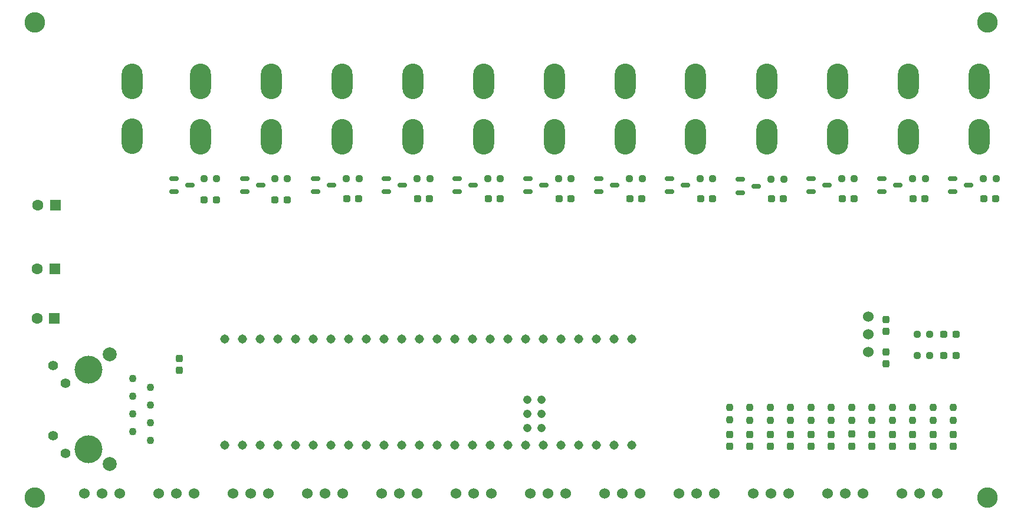
<source format=gts>
%TF.GenerationSoftware,KiCad,Pcbnew,(6.0.10)*%
%TF.CreationDate,2023-05-07T18:06:42-05:00*%
%TF.ProjectId,Hardware_Rev1,48617264-7761-4726-955f-526576312e6b,rev?*%
%TF.SameCoordinates,Original*%
%TF.FileFunction,Soldermask,Top*%
%TF.FilePolarity,Negative*%
%FSLAX46Y46*%
G04 Gerber Fmt 4.6, Leading zero omitted, Abs format (unit mm)*
G04 Created by KiCad (PCBNEW (6.0.10)) date 2023-05-07 18:06:42*
%MOMM*%
%LPD*%
G01*
G04 APERTURE LIST*
G04 Aperture macros list*
%AMRoundRect*
0 Rectangle with rounded corners*
0 $1 Rounding radius*
0 $2 $3 $4 $5 $6 $7 $8 $9 X,Y pos of 4 corners*
0 Add a 4 corners polygon primitive as box body*
4,1,4,$2,$3,$4,$5,$6,$7,$8,$9,$2,$3,0*
0 Add four circle primitives for the rounded corners*
1,1,$1+$1,$2,$3*
1,1,$1+$1,$4,$5*
1,1,$1+$1,$6,$7*
1,1,$1+$1,$8,$9*
0 Add four rect primitives between the rounded corners*
20,1,$1+$1,$2,$3,$4,$5,0*
20,1,$1+$1,$4,$5,$6,$7,0*
20,1,$1+$1,$6,$7,$8,$9,0*
20,1,$1+$1,$8,$9,$2,$3,0*%
G04 Aperture macros list end*
%ADD10O,3.000000X5.100000*%
%ADD11RoundRect,0.237500X0.237500X-0.250000X0.237500X0.250000X-0.237500X0.250000X-0.237500X-0.250000X0*%
%ADD12RoundRect,0.237500X0.237500X-0.287500X0.237500X0.287500X-0.237500X0.287500X-0.237500X-0.287500X0*%
%ADD13RoundRect,0.150000X-0.512500X-0.150000X0.512500X-0.150000X0.512500X0.150000X-0.512500X0.150000X0*%
%ADD14RoundRect,0.237500X-0.287500X-0.237500X0.287500X-0.237500X0.287500X0.237500X-0.287500X0.237500X0*%
%ADD15RoundRect,0.237500X0.250000X0.237500X-0.250000X0.237500X-0.250000X-0.237500X0.250000X-0.237500X0*%
%ADD16C,2.946400*%
%ADD17R,1.600000X1.600000*%
%ADD18C,1.600000*%
%ADD19C,1.524000*%
%ADD20RoundRect,0.237500X-0.237500X0.300000X-0.237500X-0.300000X0.237500X-0.300000X0.237500X0.300000X0*%
%ADD21RoundRect,0.237500X0.287500X0.237500X-0.287500X0.237500X-0.287500X-0.237500X0.287500X-0.237500X0*%
%ADD22C,1.100000*%
%ADD23C,1.400000*%
%ADD24C,4.000000*%
%ADD25C,2.000000*%
%ADD26RoundRect,0.237500X-0.250000X-0.237500X0.250000X-0.237500X0.250000X0.237500X-0.250000X0.237500X0*%
%ADD27C,1.308000*%
%ADD28C,1.208000*%
G04 APERTURE END LIST*
D10*
X164974000Y-60733000D03*
X164974000Y-68633000D03*
D11*
X206248000Y-109370500D03*
X206248000Y-107545500D03*
D12*
X206248000Y-113143000D03*
X206248000Y-111393000D03*
D13*
X100208500Y-74663500D03*
X100208500Y-76563500D03*
X102483500Y-75613500D03*
D10*
X114174000Y-60733000D03*
X114174000Y-68633000D03*
D11*
X182880000Y-109370500D03*
X182880000Y-107545500D03*
D12*
X194564000Y-113143000D03*
X194564000Y-111393000D03*
D13*
X130688500Y-74676000D03*
X130688500Y-76576000D03*
X132963500Y-75626000D03*
D14*
X135142000Y-77597000D03*
X136892000Y-77597000D03*
D10*
X134494000Y-60733000D03*
X134494000Y-68633000D03*
D15*
X167409500Y-74676000D03*
X165584500Y-74676000D03*
D12*
X203327000Y-113143000D03*
X203327000Y-111393000D03*
D14*
X155462000Y-77597000D03*
X157212000Y-77597000D03*
D16*
X80208120Y-120451880D03*
D14*
X175782000Y-77597000D03*
X177532000Y-77597000D03*
D12*
X197485000Y-113129000D03*
X197485000Y-111379000D03*
X188722000Y-113143000D03*
X188722000Y-111393000D03*
D10*
X94234000Y-60706000D03*
X94234000Y-68580000D03*
D17*
X83058000Y-94742000D03*
D18*
X80558000Y-94742000D03*
D19*
X167132000Y-119888000D03*
X164592000Y-119888000D03*
X162052000Y-119888000D03*
D13*
X171328500Y-74676000D03*
X171328500Y-76576000D03*
X173603500Y-75626000D03*
D20*
X100965000Y-100483500D03*
X100965000Y-102208500D03*
D14*
X196102000Y-77597000D03*
X197852000Y-77597000D03*
D19*
X209804000Y-119888000D03*
X207264000Y-119888000D03*
X204724000Y-119888000D03*
X199898000Y-94488000D03*
X199898000Y-97028000D03*
X199898000Y-99568000D03*
X177800000Y-119888000D03*
X175260000Y-119888000D03*
X172720000Y-119888000D03*
D15*
X106322500Y-74676000D03*
X104497500Y-74676000D03*
D14*
X124996000Y-77597000D03*
X126746000Y-77597000D03*
D13*
X161168500Y-74676000D03*
X161168500Y-76576000D03*
X163443500Y-75626000D03*
D15*
X126769500Y-74676000D03*
X124944500Y-74676000D03*
D16*
X80208120Y-52268120D03*
D10*
X175094000Y-60733000D03*
X175094000Y-68633000D03*
D16*
X216971880Y-120451880D03*
D19*
X103124000Y-119888000D03*
X100584000Y-119888000D03*
X98044000Y-119888000D03*
D11*
X188722000Y-109370500D03*
X188722000Y-107545500D03*
D15*
X187729500Y-74803000D03*
X185904500Y-74803000D03*
D10*
X104014000Y-60733000D03*
X104014000Y-68633000D03*
D21*
X212457000Y-100076000D03*
X210707000Y-100076000D03*
D15*
X218209500Y-74676000D03*
X216384500Y-74676000D03*
X208049500Y-74676000D03*
X206224500Y-74676000D03*
D17*
X83159677Y-78486000D03*
D18*
X80659677Y-78486000D03*
D21*
X212457000Y-97028000D03*
X210707000Y-97028000D03*
D10*
X185294000Y-60733000D03*
X185294000Y-68633000D03*
D11*
X179959000Y-109347000D03*
X179959000Y-107522000D03*
D15*
X116482500Y-74676000D03*
X114657500Y-74676000D03*
D11*
X194564000Y-109370500D03*
X194564000Y-107545500D03*
D15*
X177546000Y-74676000D03*
X175721000Y-74676000D03*
D14*
X185942000Y-77597000D03*
X187692000Y-77597000D03*
X114695000Y-77724000D03*
X116445000Y-77724000D03*
D13*
X110368500Y-74676000D03*
X110368500Y-76576000D03*
X112643500Y-75626000D03*
D19*
X135128000Y-119888000D03*
X132588000Y-119888000D03*
X130048000Y-119888000D03*
D11*
X203327000Y-109370500D03*
X203327000Y-107545500D03*
D19*
X92456000Y-119888000D03*
X89916000Y-119888000D03*
X87376000Y-119888000D03*
D11*
X197485000Y-109370500D03*
X197485000Y-107545500D03*
D19*
X188468000Y-119888000D03*
X185928000Y-119888000D03*
X183388000Y-119888000D03*
X145796000Y-119888000D03*
X143256000Y-119888000D03*
X140716000Y-119888000D03*
D12*
X209169000Y-113143000D03*
X209169000Y-111393000D03*
D10*
X215774000Y-60733000D03*
X215774000Y-68633000D03*
D19*
X156464000Y-119888000D03*
X153924000Y-119888000D03*
X151384000Y-119888000D03*
D12*
X179959000Y-113143000D03*
X179959000Y-111393000D03*
X185801000Y-113157000D03*
X185801000Y-111407000D03*
D13*
X211968500Y-74676000D03*
X211968500Y-76576000D03*
X214243500Y-75626000D03*
X120528500Y-74676000D03*
X120528500Y-76576000D03*
X122803500Y-75626000D03*
D19*
X124460000Y-119888000D03*
X121920000Y-119888000D03*
X119380000Y-119888000D03*
D22*
X94280000Y-103380000D03*
X96820000Y-104650000D03*
X94280000Y-105920000D03*
X96820000Y-107190000D03*
X94280000Y-108460000D03*
X96820000Y-109730000D03*
X94280000Y-111000000D03*
X96820000Y-112270000D03*
D23*
X82850000Y-101500000D03*
X84640000Y-104040000D03*
X82850000Y-111610000D03*
X84640000Y-114150000D03*
D24*
X87930000Y-102110000D03*
X87930000Y-113540000D03*
D25*
X90980000Y-115700000D03*
X90980000Y-99950000D03*
D11*
X200406000Y-109394000D03*
X200406000Y-107569000D03*
D12*
X182880000Y-113157000D03*
X182880000Y-111407000D03*
D26*
X206859500Y-100076000D03*
X208684500Y-100076000D03*
D12*
X212090000Y-113143000D03*
X212090000Y-111393000D03*
D10*
X205614000Y-60733000D03*
X205614000Y-68633000D03*
D26*
X206859500Y-97028000D03*
X208684500Y-97028000D03*
D12*
X191643000Y-113143000D03*
X191643000Y-111393000D03*
D13*
X140848500Y-74676000D03*
X140848500Y-76576000D03*
X143123500Y-75626000D03*
D14*
X145302000Y-77597000D03*
X147052000Y-77597000D03*
D13*
X181488500Y-74803000D03*
X181488500Y-76703000D03*
X183763500Y-75753000D03*
D16*
X216971880Y-52268120D03*
D15*
X157226000Y-74676000D03*
X155401000Y-74676000D03*
D10*
X144654000Y-60733000D03*
X144654000Y-68633000D03*
D17*
X83072660Y-87630000D03*
D18*
X80572660Y-87630000D03*
D13*
X191648500Y-74676000D03*
X191648500Y-76576000D03*
X193923500Y-75626000D03*
D10*
X195454000Y-60733000D03*
X195454000Y-68633000D03*
D20*
X202438000Y-94895500D03*
X202438000Y-96620500D03*
D11*
X185801000Y-109370500D03*
X185801000Y-107545500D03*
D15*
X197866000Y-74676000D03*
X196041000Y-74676000D03*
D11*
X212090000Y-109370500D03*
X212090000Y-107545500D03*
X209169000Y-109370500D03*
X209169000Y-107545500D03*
D19*
X113792000Y-119888000D03*
X111252000Y-119888000D03*
X108712000Y-119888000D03*
X199136000Y-119888000D03*
X196596000Y-119888000D03*
X194056000Y-119888000D03*
D14*
X104535000Y-77724000D03*
X106285000Y-77724000D03*
D13*
X151008500Y-74676000D03*
X151008500Y-76576000D03*
X153283500Y-75626000D03*
D10*
X154814000Y-60733000D03*
X154814000Y-68633000D03*
D14*
X206262000Y-77597000D03*
X208012000Y-77597000D03*
D11*
X191643000Y-109370500D03*
X191643000Y-107545500D03*
D10*
X124334000Y-60733000D03*
X124334000Y-68633000D03*
D12*
X200406000Y-113143000D03*
X200406000Y-111393000D03*
D20*
X202438000Y-99568000D03*
X202438000Y-101293000D03*
D15*
X147066000Y-74676000D03*
X145241000Y-74676000D03*
D27*
X163353000Y-97676500D03*
X160813000Y-97676500D03*
X158273000Y-97676500D03*
X155733000Y-97676500D03*
X130333000Y-97676500D03*
X160813000Y-112916500D03*
X153193000Y-97676500D03*
X150653000Y-97676500D03*
X148113000Y-97676500D03*
X145573000Y-97676500D03*
X143033000Y-97676500D03*
X140493000Y-97676500D03*
X137953000Y-97676500D03*
X135413000Y-97676500D03*
X132873000Y-97676500D03*
X132873000Y-112916500D03*
X135413000Y-112916500D03*
X137953000Y-112916500D03*
X140493000Y-112916500D03*
X143033000Y-112916500D03*
X145573000Y-112916500D03*
X148113000Y-112916500D03*
X150653000Y-112916500D03*
X153193000Y-112916500D03*
X155733000Y-112916500D03*
X158273000Y-112916500D03*
X127793000Y-97676500D03*
X125253000Y-97676500D03*
X122713000Y-97676500D03*
X120173000Y-97676500D03*
X117633000Y-97676500D03*
X115093000Y-97676500D03*
X112553000Y-97676500D03*
X110013000Y-97676500D03*
X107473000Y-97676500D03*
X107473000Y-112916500D03*
X110013000Y-112916500D03*
X112553000Y-112916500D03*
X115093000Y-112916500D03*
X117633000Y-112916500D03*
X120173000Y-112916500D03*
X122713000Y-112916500D03*
X125253000Y-112916500D03*
X127793000Y-112916500D03*
X165893000Y-97676500D03*
X130333000Y-112916500D03*
X163353000Y-112916500D03*
D28*
X150923000Y-108466500D03*
X152923000Y-108466500D03*
X152923000Y-110466500D03*
X150923000Y-110466500D03*
X150923000Y-106466500D03*
X152923000Y-106466500D03*
D27*
X165893000Y-112916500D03*
D15*
X136929500Y-74676000D03*
X135104500Y-74676000D03*
D14*
X216422000Y-77597000D03*
X218172000Y-77597000D03*
D13*
X201808500Y-74676000D03*
X201808500Y-76576000D03*
X204083500Y-75626000D03*
D14*
X165622000Y-77597000D03*
X167372000Y-77597000D03*
M02*

</source>
